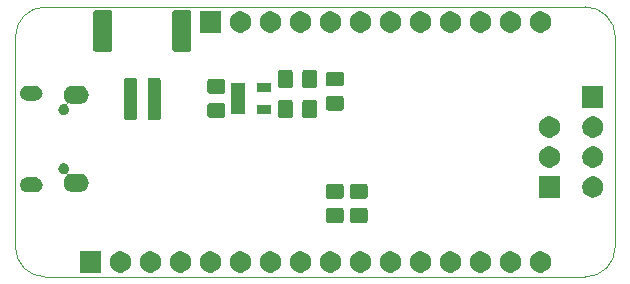
<source format=gbr>
G04 #@! TF.GenerationSoftware,KiCad,Pcbnew,(5.1.5)-2*
G04 #@! TF.CreationDate,2020-08-18T22:47:36+04:00*
G04 #@! TF.ProjectId,stm32f103_feather,73746d33-3266-4313-9033-5f6665617468,rev?*
G04 #@! TF.SameCoordinates,Original*
G04 #@! TF.FileFunction,Soldermask,Bot*
G04 #@! TF.FilePolarity,Negative*
%FSLAX46Y46*%
G04 Gerber Fmt 4.6, Leading zero omitted, Abs format (unit mm)*
G04 Created by KiCad (PCBNEW (5.1.5)-2) date 2020-08-18 22:47:36*
%MOMM*%
%LPD*%
G04 APERTURE LIST*
G04 #@! TA.AperFunction,Profile*
%ADD10C,0.050000*%
G04 #@! TD*
%ADD11C,0.150000*%
G04 APERTURE END LIST*
D10*
X175260000Y-76200000D02*
X129540000Y-76200000D01*
X177800000Y-96520000D02*
X177800000Y-78740000D01*
X129540000Y-99060000D02*
X175260000Y-99060000D01*
X127000000Y-78740000D02*
X127000000Y-96520000D01*
X175260000Y-76200000D02*
G75*
G02X177800000Y-78740000I0J-2540000D01*
G01*
X177800000Y-96520000D02*
G75*
G02X175260000Y-99060000I-2540000J0D01*
G01*
X129540000Y-99060000D02*
G75*
G02X127000000Y-96520000I0J2540000D01*
G01*
X127000000Y-78740000D02*
G75*
G02X129540000Y-76200000I2540000J0D01*
G01*
D11*
G36*
X134251000Y-98691000D02*
G01*
X132449000Y-98691000D01*
X132449000Y-96889000D01*
X134251000Y-96889000D01*
X134251000Y-98691000D01*
G37*
G36*
X151243512Y-96893927D02*
G01*
X151392812Y-96923624D01*
X151556784Y-96991544D01*
X151704354Y-97090147D01*
X151829853Y-97215646D01*
X151928456Y-97363216D01*
X151996376Y-97527188D01*
X152031000Y-97701259D01*
X152031000Y-97878741D01*
X151996376Y-98052812D01*
X151928456Y-98216784D01*
X151829853Y-98364354D01*
X151704354Y-98489853D01*
X151556784Y-98588456D01*
X151392812Y-98656376D01*
X151243512Y-98686073D01*
X151218742Y-98691000D01*
X151041258Y-98691000D01*
X151016488Y-98686073D01*
X150867188Y-98656376D01*
X150703216Y-98588456D01*
X150555646Y-98489853D01*
X150430147Y-98364354D01*
X150331544Y-98216784D01*
X150263624Y-98052812D01*
X150229000Y-97878741D01*
X150229000Y-97701259D01*
X150263624Y-97527188D01*
X150331544Y-97363216D01*
X150430147Y-97215646D01*
X150555646Y-97090147D01*
X150703216Y-96991544D01*
X150867188Y-96923624D01*
X151016488Y-96893927D01*
X151041258Y-96889000D01*
X151218742Y-96889000D01*
X151243512Y-96893927D01*
G37*
G36*
X136003512Y-96893927D02*
G01*
X136152812Y-96923624D01*
X136316784Y-96991544D01*
X136464354Y-97090147D01*
X136589853Y-97215646D01*
X136688456Y-97363216D01*
X136756376Y-97527188D01*
X136791000Y-97701259D01*
X136791000Y-97878741D01*
X136756376Y-98052812D01*
X136688456Y-98216784D01*
X136589853Y-98364354D01*
X136464354Y-98489853D01*
X136316784Y-98588456D01*
X136152812Y-98656376D01*
X136003512Y-98686073D01*
X135978742Y-98691000D01*
X135801258Y-98691000D01*
X135776488Y-98686073D01*
X135627188Y-98656376D01*
X135463216Y-98588456D01*
X135315646Y-98489853D01*
X135190147Y-98364354D01*
X135091544Y-98216784D01*
X135023624Y-98052812D01*
X134989000Y-97878741D01*
X134989000Y-97701259D01*
X135023624Y-97527188D01*
X135091544Y-97363216D01*
X135190147Y-97215646D01*
X135315646Y-97090147D01*
X135463216Y-96991544D01*
X135627188Y-96923624D01*
X135776488Y-96893927D01*
X135801258Y-96889000D01*
X135978742Y-96889000D01*
X136003512Y-96893927D01*
G37*
G36*
X138543512Y-96893927D02*
G01*
X138692812Y-96923624D01*
X138856784Y-96991544D01*
X139004354Y-97090147D01*
X139129853Y-97215646D01*
X139228456Y-97363216D01*
X139296376Y-97527188D01*
X139331000Y-97701259D01*
X139331000Y-97878741D01*
X139296376Y-98052812D01*
X139228456Y-98216784D01*
X139129853Y-98364354D01*
X139004354Y-98489853D01*
X138856784Y-98588456D01*
X138692812Y-98656376D01*
X138543512Y-98686073D01*
X138518742Y-98691000D01*
X138341258Y-98691000D01*
X138316488Y-98686073D01*
X138167188Y-98656376D01*
X138003216Y-98588456D01*
X137855646Y-98489853D01*
X137730147Y-98364354D01*
X137631544Y-98216784D01*
X137563624Y-98052812D01*
X137529000Y-97878741D01*
X137529000Y-97701259D01*
X137563624Y-97527188D01*
X137631544Y-97363216D01*
X137730147Y-97215646D01*
X137855646Y-97090147D01*
X138003216Y-96991544D01*
X138167188Y-96923624D01*
X138316488Y-96893927D01*
X138341258Y-96889000D01*
X138518742Y-96889000D01*
X138543512Y-96893927D01*
G37*
G36*
X141083512Y-96893927D02*
G01*
X141232812Y-96923624D01*
X141396784Y-96991544D01*
X141544354Y-97090147D01*
X141669853Y-97215646D01*
X141768456Y-97363216D01*
X141836376Y-97527188D01*
X141871000Y-97701259D01*
X141871000Y-97878741D01*
X141836376Y-98052812D01*
X141768456Y-98216784D01*
X141669853Y-98364354D01*
X141544354Y-98489853D01*
X141396784Y-98588456D01*
X141232812Y-98656376D01*
X141083512Y-98686073D01*
X141058742Y-98691000D01*
X140881258Y-98691000D01*
X140856488Y-98686073D01*
X140707188Y-98656376D01*
X140543216Y-98588456D01*
X140395646Y-98489853D01*
X140270147Y-98364354D01*
X140171544Y-98216784D01*
X140103624Y-98052812D01*
X140069000Y-97878741D01*
X140069000Y-97701259D01*
X140103624Y-97527188D01*
X140171544Y-97363216D01*
X140270147Y-97215646D01*
X140395646Y-97090147D01*
X140543216Y-96991544D01*
X140707188Y-96923624D01*
X140856488Y-96893927D01*
X140881258Y-96889000D01*
X141058742Y-96889000D01*
X141083512Y-96893927D01*
G37*
G36*
X143623512Y-96893927D02*
G01*
X143772812Y-96923624D01*
X143936784Y-96991544D01*
X144084354Y-97090147D01*
X144209853Y-97215646D01*
X144308456Y-97363216D01*
X144376376Y-97527188D01*
X144411000Y-97701259D01*
X144411000Y-97878741D01*
X144376376Y-98052812D01*
X144308456Y-98216784D01*
X144209853Y-98364354D01*
X144084354Y-98489853D01*
X143936784Y-98588456D01*
X143772812Y-98656376D01*
X143623512Y-98686073D01*
X143598742Y-98691000D01*
X143421258Y-98691000D01*
X143396488Y-98686073D01*
X143247188Y-98656376D01*
X143083216Y-98588456D01*
X142935646Y-98489853D01*
X142810147Y-98364354D01*
X142711544Y-98216784D01*
X142643624Y-98052812D01*
X142609000Y-97878741D01*
X142609000Y-97701259D01*
X142643624Y-97527188D01*
X142711544Y-97363216D01*
X142810147Y-97215646D01*
X142935646Y-97090147D01*
X143083216Y-96991544D01*
X143247188Y-96923624D01*
X143396488Y-96893927D01*
X143421258Y-96889000D01*
X143598742Y-96889000D01*
X143623512Y-96893927D01*
G37*
G36*
X146163512Y-96893927D02*
G01*
X146312812Y-96923624D01*
X146476784Y-96991544D01*
X146624354Y-97090147D01*
X146749853Y-97215646D01*
X146848456Y-97363216D01*
X146916376Y-97527188D01*
X146951000Y-97701259D01*
X146951000Y-97878741D01*
X146916376Y-98052812D01*
X146848456Y-98216784D01*
X146749853Y-98364354D01*
X146624354Y-98489853D01*
X146476784Y-98588456D01*
X146312812Y-98656376D01*
X146163512Y-98686073D01*
X146138742Y-98691000D01*
X145961258Y-98691000D01*
X145936488Y-98686073D01*
X145787188Y-98656376D01*
X145623216Y-98588456D01*
X145475646Y-98489853D01*
X145350147Y-98364354D01*
X145251544Y-98216784D01*
X145183624Y-98052812D01*
X145149000Y-97878741D01*
X145149000Y-97701259D01*
X145183624Y-97527188D01*
X145251544Y-97363216D01*
X145350147Y-97215646D01*
X145475646Y-97090147D01*
X145623216Y-96991544D01*
X145787188Y-96923624D01*
X145936488Y-96893927D01*
X145961258Y-96889000D01*
X146138742Y-96889000D01*
X146163512Y-96893927D01*
G37*
G36*
X148703512Y-96893927D02*
G01*
X148852812Y-96923624D01*
X149016784Y-96991544D01*
X149164354Y-97090147D01*
X149289853Y-97215646D01*
X149388456Y-97363216D01*
X149456376Y-97527188D01*
X149491000Y-97701259D01*
X149491000Y-97878741D01*
X149456376Y-98052812D01*
X149388456Y-98216784D01*
X149289853Y-98364354D01*
X149164354Y-98489853D01*
X149016784Y-98588456D01*
X148852812Y-98656376D01*
X148703512Y-98686073D01*
X148678742Y-98691000D01*
X148501258Y-98691000D01*
X148476488Y-98686073D01*
X148327188Y-98656376D01*
X148163216Y-98588456D01*
X148015646Y-98489853D01*
X147890147Y-98364354D01*
X147791544Y-98216784D01*
X147723624Y-98052812D01*
X147689000Y-97878741D01*
X147689000Y-97701259D01*
X147723624Y-97527188D01*
X147791544Y-97363216D01*
X147890147Y-97215646D01*
X148015646Y-97090147D01*
X148163216Y-96991544D01*
X148327188Y-96923624D01*
X148476488Y-96893927D01*
X148501258Y-96889000D01*
X148678742Y-96889000D01*
X148703512Y-96893927D01*
G37*
G36*
X156323512Y-96893927D02*
G01*
X156472812Y-96923624D01*
X156636784Y-96991544D01*
X156784354Y-97090147D01*
X156909853Y-97215646D01*
X157008456Y-97363216D01*
X157076376Y-97527188D01*
X157111000Y-97701259D01*
X157111000Y-97878741D01*
X157076376Y-98052812D01*
X157008456Y-98216784D01*
X156909853Y-98364354D01*
X156784354Y-98489853D01*
X156636784Y-98588456D01*
X156472812Y-98656376D01*
X156323512Y-98686073D01*
X156298742Y-98691000D01*
X156121258Y-98691000D01*
X156096488Y-98686073D01*
X155947188Y-98656376D01*
X155783216Y-98588456D01*
X155635646Y-98489853D01*
X155510147Y-98364354D01*
X155411544Y-98216784D01*
X155343624Y-98052812D01*
X155309000Y-97878741D01*
X155309000Y-97701259D01*
X155343624Y-97527188D01*
X155411544Y-97363216D01*
X155510147Y-97215646D01*
X155635646Y-97090147D01*
X155783216Y-96991544D01*
X155947188Y-96923624D01*
X156096488Y-96893927D01*
X156121258Y-96889000D01*
X156298742Y-96889000D01*
X156323512Y-96893927D01*
G37*
G36*
X171563512Y-96893927D02*
G01*
X171712812Y-96923624D01*
X171876784Y-96991544D01*
X172024354Y-97090147D01*
X172149853Y-97215646D01*
X172248456Y-97363216D01*
X172316376Y-97527188D01*
X172351000Y-97701259D01*
X172351000Y-97878741D01*
X172316376Y-98052812D01*
X172248456Y-98216784D01*
X172149853Y-98364354D01*
X172024354Y-98489853D01*
X171876784Y-98588456D01*
X171712812Y-98656376D01*
X171563512Y-98686073D01*
X171538742Y-98691000D01*
X171361258Y-98691000D01*
X171336488Y-98686073D01*
X171187188Y-98656376D01*
X171023216Y-98588456D01*
X170875646Y-98489853D01*
X170750147Y-98364354D01*
X170651544Y-98216784D01*
X170583624Y-98052812D01*
X170549000Y-97878741D01*
X170549000Y-97701259D01*
X170583624Y-97527188D01*
X170651544Y-97363216D01*
X170750147Y-97215646D01*
X170875646Y-97090147D01*
X171023216Y-96991544D01*
X171187188Y-96923624D01*
X171336488Y-96893927D01*
X171361258Y-96889000D01*
X171538742Y-96889000D01*
X171563512Y-96893927D01*
G37*
G36*
X169023512Y-96893927D02*
G01*
X169172812Y-96923624D01*
X169336784Y-96991544D01*
X169484354Y-97090147D01*
X169609853Y-97215646D01*
X169708456Y-97363216D01*
X169776376Y-97527188D01*
X169811000Y-97701259D01*
X169811000Y-97878741D01*
X169776376Y-98052812D01*
X169708456Y-98216784D01*
X169609853Y-98364354D01*
X169484354Y-98489853D01*
X169336784Y-98588456D01*
X169172812Y-98656376D01*
X169023512Y-98686073D01*
X168998742Y-98691000D01*
X168821258Y-98691000D01*
X168796488Y-98686073D01*
X168647188Y-98656376D01*
X168483216Y-98588456D01*
X168335646Y-98489853D01*
X168210147Y-98364354D01*
X168111544Y-98216784D01*
X168043624Y-98052812D01*
X168009000Y-97878741D01*
X168009000Y-97701259D01*
X168043624Y-97527188D01*
X168111544Y-97363216D01*
X168210147Y-97215646D01*
X168335646Y-97090147D01*
X168483216Y-96991544D01*
X168647188Y-96923624D01*
X168796488Y-96893927D01*
X168821258Y-96889000D01*
X168998742Y-96889000D01*
X169023512Y-96893927D01*
G37*
G36*
X166483512Y-96893927D02*
G01*
X166632812Y-96923624D01*
X166796784Y-96991544D01*
X166944354Y-97090147D01*
X167069853Y-97215646D01*
X167168456Y-97363216D01*
X167236376Y-97527188D01*
X167271000Y-97701259D01*
X167271000Y-97878741D01*
X167236376Y-98052812D01*
X167168456Y-98216784D01*
X167069853Y-98364354D01*
X166944354Y-98489853D01*
X166796784Y-98588456D01*
X166632812Y-98656376D01*
X166483512Y-98686073D01*
X166458742Y-98691000D01*
X166281258Y-98691000D01*
X166256488Y-98686073D01*
X166107188Y-98656376D01*
X165943216Y-98588456D01*
X165795646Y-98489853D01*
X165670147Y-98364354D01*
X165571544Y-98216784D01*
X165503624Y-98052812D01*
X165469000Y-97878741D01*
X165469000Y-97701259D01*
X165503624Y-97527188D01*
X165571544Y-97363216D01*
X165670147Y-97215646D01*
X165795646Y-97090147D01*
X165943216Y-96991544D01*
X166107188Y-96923624D01*
X166256488Y-96893927D01*
X166281258Y-96889000D01*
X166458742Y-96889000D01*
X166483512Y-96893927D01*
G37*
G36*
X161403512Y-96893927D02*
G01*
X161552812Y-96923624D01*
X161716784Y-96991544D01*
X161864354Y-97090147D01*
X161989853Y-97215646D01*
X162088456Y-97363216D01*
X162156376Y-97527188D01*
X162191000Y-97701259D01*
X162191000Y-97878741D01*
X162156376Y-98052812D01*
X162088456Y-98216784D01*
X161989853Y-98364354D01*
X161864354Y-98489853D01*
X161716784Y-98588456D01*
X161552812Y-98656376D01*
X161403512Y-98686073D01*
X161378742Y-98691000D01*
X161201258Y-98691000D01*
X161176488Y-98686073D01*
X161027188Y-98656376D01*
X160863216Y-98588456D01*
X160715646Y-98489853D01*
X160590147Y-98364354D01*
X160491544Y-98216784D01*
X160423624Y-98052812D01*
X160389000Y-97878741D01*
X160389000Y-97701259D01*
X160423624Y-97527188D01*
X160491544Y-97363216D01*
X160590147Y-97215646D01*
X160715646Y-97090147D01*
X160863216Y-96991544D01*
X161027188Y-96923624D01*
X161176488Y-96893927D01*
X161201258Y-96889000D01*
X161378742Y-96889000D01*
X161403512Y-96893927D01*
G37*
G36*
X153783512Y-96893927D02*
G01*
X153932812Y-96923624D01*
X154096784Y-96991544D01*
X154244354Y-97090147D01*
X154369853Y-97215646D01*
X154468456Y-97363216D01*
X154536376Y-97527188D01*
X154571000Y-97701259D01*
X154571000Y-97878741D01*
X154536376Y-98052812D01*
X154468456Y-98216784D01*
X154369853Y-98364354D01*
X154244354Y-98489853D01*
X154096784Y-98588456D01*
X153932812Y-98656376D01*
X153783512Y-98686073D01*
X153758742Y-98691000D01*
X153581258Y-98691000D01*
X153556488Y-98686073D01*
X153407188Y-98656376D01*
X153243216Y-98588456D01*
X153095646Y-98489853D01*
X152970147Y-98364354D01*
X152871544Y-98216784D01*
X152803624Y-98052812D01*
X152769000Y-97878741D01*
X152769000Y-97701259D01*
X152803624Y-97527188D01*
X152871544Y-97363216D01*
X152970147Y-97215646D01*
X153095646Y-97090147D01*
X153243216Y-96991544D01*
X153407188Y-96923624D01*
X153556488Y-96893927D01*
X153581258Y-96889000D01*
X153758742Y-96889000D01*
X153783512Y-96893927D01*
G37*
G36*
X163943512Y-96893927D02*
G01*
X164092812Y-96923624D01*
X164256784Y-96991544D01*
X164404354Y-97090147D01*
X164529853Y-97215646D01*
X164628456Y-97363216D01*
X164696376Y-97527188D01*
X164731000Y-97701259D01*
X164731000Y-97878741D01*
X164696376Y-98052812D01*
X164628456Y-98216784D01*
X164529853Y-98364354D01*
X164404354Y-98489853D01*
X164256784Y-98588456D01*
X164092812Y-98656376D01*
X163943512Y-98686073D01*
X163918742Y-98691000D01*
X163741258Y-98691000D01*
X163716488Y-98686073D01*
X163567188Y-98656376D01*
X163403216Y-98588456D01*
X163255646Y-98489853D01*
X163130147Y-98364354D01*
X163031544Y-98216784D01*
X162963624Y-98052812D01*
X162929000Y-97878741D01*
X162929000Y-97701259D01*
X162963624Y-97527188D01*
X163031544Y-97363216D01*
X163130147Y-97215646D01*
X163255646Y-97090147D01*
X163403216Y-96991544D01*
X163567188Y-96923624D01*
X163716488Y-96893927D01*
X163741258Y-96889000D01*
X163918742Y-96889000D01*
X163943512Y-96893927D01*
G37*
G36*
X158863512Y-96893927D02*
G01*
X159012812Y-96923624D01*
X159176784Y-96991544D01*
X159324354Y-97090147D01*
X159449853Y-97215646D01*
X159548456Y-97363216D01*
X159616376Y-97527188D01*
X159651000Y-97701259D01*
X159651000Y-97878741D01*
X159616376Y-98052812D01*
X159548456Y-98216784D01*
X159449853Y-98364354D01*
X159324354Y-98489853D01*
X159176784Y-98588456D01*
X159012812Y-98656376D01*
X158863512Y-98686073D01*
X158838742Y-98691000D01*
X158661258Y-98691000D01*
X158636488Y-98686073D01*
X158487188Y-98656376D01*
X158323216Y-98588456D01*
X158175646Y-98489853D01*
X158050147Y-98364354D01*
X157951544Y-98216784D01*
X157883624Y-98052812D01*
X157849000Y-97878741D01*
X157849000Y-97701259D01*
X157883624Y-97527188D01*
X157951544Y-97363216D01*
X158050147Y-97215646D01*
X158175646Y-97090147D01*
X158323216Y-96991544D01*
X158487188Y-96923624D01*
X158636488Y-96893927D01*
X158661258Y-96889000D01*
X158838742Y-96889000D01*
X158863512Y-96893927D01*
G37*
G36*
X156671674Y-93226465D02*
G01*
X156709367Y-93237899D01*
X156744103Y-93256466D01*
X156774548Y-93281452D01*
X156799534Y-93311897D01*
X156818101Y-93346633D01*
X156829535Y-93384326D01*
X156834000Y-93429661D01*
X156834000Y-94266339D01*
X156829535Y-94311674D01*
X156818101Y-94349367D01*
X156799534Y-94384103D01*
X156774548Y-94414548D01*
X156744103Y-94439534D01*
X156709367Y-94458101D01*
X156671674Y-94469535D01*
X156626339Y-94474000D01*
X155539661Y-94474000D01*
X155494326Y-94469535D01*
X155456633Y-94458101D01*
X155421897Y-94439534D01*
X155391452Y-94414548D01*
X155366466Y-94384103D01*
X155347899Y-94349367D01*
X155336465Y-94311674D01*
X155332000Y-94266339D01*
X155332000Y-93429661D01*
X155336465Y-93384326D01*
X155347899Y-93346633D01*
X155366466Y-93311897D01*
X155391452Y-93281452D01*
X155421897Y-93256466D01*
X155456633Y-93237899D01*
X155494326Y-93226465D01*
X155539661Y-93222000D01*
X156626339Y-93222000D01*
X156671674Y-93226465D01*
G37*
G36*
X154639674Y-93226465D02*
G01*
X154677367Y-93237899D01*
X154712103Y-93256466D01*
X154742548Y-93281452D01*
X154767534Y-93311897D01*
X154786101Y-93346633D01*
X154797535Y-93384326D01*
X154802000Y-93429661D01*
X154802000Y-94266339D01*
X154797535Y-94311674D01*
X154786101Y-94349367D01*
X154767534Y-94384103D01*
X154742548Y-94414548D01*
X154712103Y-94439534D01*
X154677367Y-94458101D01*
X154639674Y-94469535D01*
X154594339Y-94474000D01*
X153507661Y-94474000D01*
X153462326Y-94469535D01*
X153424633Y-94458101D01*
X153389897Y-94439534D01*
X153359452Y-94414548D01*
X153334466Y-94384103D01*
X153315899Y-94349367D01*
X153304465Y-94311674D01*
X153300000Y-94266339D01*
X153300000Y-93429661D01*
X153304465Y-93384326D01*
X153315899Y-93346633D01*
X153334466Y-93311897D01*
X153359452Y-93281452D01*
X153389897Y-93256466D01*
X153424633Y-93237899D01*
X153462326Y-93226465D01*
X153507661Y-93222000D01*
X154594339Y-93222000D01*
X154639674Y-93226465D01*
G37*
G36*
X154639674Y-91176465D02*
G01*
X154677367Y-91187899D01*
X154712103Y-91206466D01*
X154742548Y-91231452D01*
X154767534Y-91261897D01*
X154786101Y-91296633D01*
X154797535Y-91334326D01*
X154802000Y-91379661D01*
X154802000Y-92216339D01*
X154797535Y-92261674D01*
X154786101Y-92299367D01*
X154767534Y-92334103D01*
X154742548Y-92364548D01*
X154712103Y-92389534D01*
X154677367Y-92408101D01*
X154639674Y-92419535D01*
X154594339Y-92424000D01*
X153507661Y-92424000D01*
X153462326Y-92419535D01*
X153424633Y-92408101D01*
X153389897Y-92389534D01*
X153359452Y-92364548D01*
X153334466Y-92334103D01*
X153315899Y-92299367D01*
X153304465Y-92261674D01*
X153300000Y-92216339D01*
X153300000Y-91379661D01*
X153304465Y-91334326D01*
X153315899Y-91296633D01*
X153334466Y-91261897D01*
X153359452Y-91231452D01*
X153389897Y-91206466D01*
X153424633Y-91187899D01*
X153462326Y-91176465D01*
X153507661Y-91172000D01*
X154594339Y-91172000D01*
X154639674Y-91176465D01*
G37*
G36*
X156671674Y-91176465D02*
G01*
X156709367Y-91187899D01*
X156744103Y-91206466D01*
X156774548Y-91231452D01*
X156799534Y-91261897D01*
X156818101Y-91296633D01*
X156829535Y-91334326D01*
X156834000Y-91379661D01*
X156834000Y-92216339D01*
X156829535Y-92261674D01*
X156818101Y-92299367D01*
X156799534Y-92334103D01*
X156774548Y-92364548D01*
X156744103Y-92389534D01*
X156709367Y-92408101D01*
X156671674Y-92419535D01*
X156626339Y-92424000D01*
X155539661Y-92424000D01*
X155494326Y-92419535D01*
X155456633Y-92408101D01*
X155421897Y-92389534D01*
X155391452Y-92364548D01*
X155366466Y-92334103D01*
X155347899Y-92299367D01*
X155336465Y-92261674D01*
X155332000Y-92216339D01*
X155332000Y-91379661D01*
X155336465Y-91334326D01*
X155347899Y-91296633D01*
X155366466Y-91261897D01*
X155391452Y-91231452D01*
X155421897Y-91206466D01*
X155456633Y-91187899D01*
X155494326Y-91176465D01*
X155539661Y-91172000D01*
X156626339Y-91172000D01*
X156671674Y-91176465D01*
G37*
G36*
X176008512Y-90543927D02*
G01*
X176157812Y-90573624D01*
X176321784Y-90641544D01*
X176469354Y-90740147D01*
X176594853Y-90865646D01*
X176693456Y-91013216D01*
X176761376Y-91177188D01*
X176778225Y-91261897D01*
X176796000Y-91351258D01*
X176796000Y-91528742D01*
X176794913Y-91534208D01*
X176761376Y-91702812D01*
X176693456Y-91866784D01*
X176594853Y-92014354D01*
X176469354Y-92139853D01*
X176321784Y-92238456D01*
X176157812Y-92306376D01*
X176018415Y-92334103D01*
X175983742Y-92341000D01*
X175806258Y-92341000D01*
X175771585Y-92334103D01*
X175632188Y-92306376D01*
X175468216Y-92238456D01*
X175320646Y-92139853D01*
X175195147Y-92014354D01*
X175096544Y-91866784D01*
X175028624Y-91702812D01*
X174995087Y-91534208D01*
X174994000Y-91528742D01*
X174994000Y-91351258D01*
X175011775Y-91261897D01*
X175028624Y-91177188D01*
X175096544Y-91013216D01*
X175195147Y-90865646D01*
X175320646Y-90740147D01*
X175468216Y-90641544D01*
X175632188Y-90573624D01*
X175781488Y-90543927D01*
X175806258Y-90539000D01*
X175983742Y-90539000D01*
X176008512Y-90543927D01*
G37*
G36*
X173113000Y-92341000D02*
G01*
X171311000Y-92341000D01*
X171311000Y-90539000D01*
X173113000Y-90539000D01*
X173113000Y-92341000D01*
G37*
G36*
X128799715Y-90634058D02*
G01*
X128895753Y-90663191D01*
X128910935Y-90667796D01*
X128917722Y-90669855D01*
X129026468Y-90727981D01*
X129121790Y-90806210D01*
X129200019Y-90901532D01*
X129258145Y-91010278D01*
X129293942Y-91128285D01*
X129306028Y-91251000D01*
X129293942Y-91373715D01*
X129258145Y-91491722D01*
X129200019Y-91600468D01*
X129121790Y-91695790D01*
X129026468Y-91774019D01*
X128917722Y-91832145D01*
X128799715Y-91867942D01*
X128707746Y-91877000D01*
X127996254Y-91877000D01*
X127904285Y-91867942D01*
X127786278Y-91832145D01*
X127677532Y-91774019D01*
X127582210Y-91695790D01*
X127503981Y-91600468D01*
X127445855Y-91491722D01*
X127410058Y-91373715D01*
X127397972Y-91251000D01*
X127410058Y-91128285D01*
X127445855Y-91010278D01*
X127503981Y-90901532D01*
X127582210Y-90806210D01*
X127677532Y-90727981D01*
X127786278Y-90669855D01*
X127793066Y-90667796D01*
X127808247Y-90663191D01*
X127904285Y-90634058D01*
X127996254Y-90625000D01*
X128707746Y-90625000D01*
X128799715Y-90634058D01*
G37*
G36*
X131233552Y-89442331D02*
G01*
X131310861Y-89474354D01*
X131315629Y-89476329D01*
X131352813Y-89501175D01*
X131389495Y-89525685D01*
X131452315Y-89588505D01*
X131501672Y-89662373D01*
X131535669Y-89744448D01*
X131553000Y-89831579D01*
X131553000Y-89920421D01*
X131535669Y-90007552D01*
X131501672Y-90089627D01*
X131452315Y-90163495D01*
X131436762Y-90179048D01*
X131421217Y-90197990D01*
X131409666Y-90219601D01*
X131402553Y-90243050D01*
X131400151Y-90267436D01*
X131402553Y-90291822D01*
X131409666Y-90315271D01*
X131421217Y-90336882D01*
X131436762Y-90355824D01*
X131455704Y-90371369D01*
X131477315Y-90382920D01*
X131500764Y-90390033D01*
X131525150Y-90392435D01*
X131549536Y-90390033D01*
X131572985Y-90382920D01*
X131576614Y-90381204D01*
X131578600Y-90380602D01*
X131578601Y-90380601D01*
X131622901Y-90367163D01*
X131724879Y-90336228D01*
X131838882Y-90325000D01*
X132465118Y-90325000D01*
X132579121Y-90336228D01*
X132725402Y-90380602D01*
X132860204Y-90452655D01*
X132860207Y-90452657D01*
X132860208Y-90452658D01*
X132978369Y-90549631D01*
X133053801Y-90641544D01*
X133075345Y-90667796D01*
X133147398Y-90802598D01*
X133191772Y-90948879D01*
X133206754Y-91101000D01*
X133191772Y-91253121D01*
X133147398Y-91399402D01*
X133075345Y-91534204D01*
X133075343Y-91534207D01*
X133075342Y-91534208D01*
X132978369Y-91652369D01*
X132916905Y-91702812D01*
X132860204Y-91749345D01*
X132725402Y-91821398D01*
X132579121Y-91865772D01*
X132465118Y-91877000D01*
X131838882Y-91877000D01*
X131724879Y-91865772D01*
X131578598Y-91821398D01*
X131443796Y-91749345D01*
X131387096Y-91702812D01*
X131325631Y-91652369D01*
X131228658Y-91534208D01*
X131228657Y-91534207D01*
X131228655Y-91534204D01*
X131156602Y-91399402D01*
X131112228Y-91253121D01*
X131097246Y-91101000D01*
X131112228Y-90948879D01*
X131156602Y-90802598D01*
X131228655Y-90667796D01*
X131325633Y-90549628D01*
X131358430Y-90522712D01*
X131375757Y-90505385D01*
X131389370Y-90485011D01*
X131398748Y-90462372D01*
X131403528Y-90438339D01*
X131403528Y-90413835D01*
X131398748Y-90389801D01*
X131389370Y-90367163D01*
X131375756Y-90346788D01*
X131358429Y-90329461D01*
X131338055Y-90315848D01*
X131315416Y-90306470D01*
X131291383Y-90301690D01*
X131266879Y-90301690D01*
X131242845Y-90306470D01*
X131234351Y-90309510D01*
X131146421Y-90327000D01*
X131057579Y-90327000D01*
X130970448Y-90309669D01*
X130888373Y-90275672D01*
X130888372Y-90275672D01*
X130888371Y-90275671D01*
X130814504Y-90226314D01*
X130751686Y-90163496D01*
X130702329Y-90089629D01*
X130702328Y-90089627D01*
X130668331Y-90007552D01*
X130651000Y-89920421D01*
X130651000Y-89831579D01*
X130668331Y-89744448D01*
X130702328Y-89662373D01*
X130751685Y-89588505D01*
X130814505Y-89525685D01*
X130851187Y-89501175D01*
X130888371Y-89476329D01*
X130893139Y-89474354D01*
X130970448Y-89442331D01*
X131057579Y-89425000D01*
X131146421Y-89425000D01*
X131233552Y-89442331D01*
G37*
G36*
X176008512Y-88003927D02*
G01*
X176157812Y-88033624D01*
X176321784Y-88101544D01*
X176469354Y-88200147D01*
X176594853Y-88325646D01*
X176693456Y-88473216D01*
X176761376Y-88637188D01*
X176796000Y-88811259D01*
X176796000Y-88988741D01*
X176761376Y-89162812D01*
X176693456Y-89326784D01*
X176594853Y-89474354D01*
X176469354Y-89599853D01*
X176321784Y-89698456D01*
X176157812Y-89766376D01*
X176008512Y-89796073D01*
X175983742Y-89801000D01*
X175806258Y-89801000D01*
X175781488Y-89796073D01*
X175632188Y-89766376D01*
X175468216Y-89698456D01*
X175320646Y-89599853D01*
X175195147Y-89474354D01*
X175096544Y-89326784D01*
X175028624Y-89162812D01*
X174994000Y-88988741D01*
X174994000Y-88811259D01*
X175028624Y-88637188D01*
X175096544Y-88473216D01*
X175195147Y-88325646D01*
X175320646Y-88200147D01*
X175468216Y-88101544D01*
X175632188Y-88033624D01*
X175781488Y-88003927D01*
X175806258Y-87999000D01*
X175983742Y-87999000D01*
X176008512Y-88003927D01*
G37*
G36*
X172325512Y-88003927D02*
G01*
X172474812Y-88033624D01*
X172638784Y-88101544D01*
X172786354Y-88200147D01*
X172911853Y-88325646D01*
X173010456Y-88473216D01*
X173078376Y-88637188D01*
X173113000Y-88811259D01*
X173113000Y-88988741D01*
X173078376Y-89162812D01*
X173010456Y-89326784D01*
X172911853Y-89474354D01*
X172786354Y-89599853D01*
X172638784Y-89698456D01*
X172474812Y-89766376D01*
X172325512Y-89796073D01*
X172300742Y-89801000D01*
X172123258Y-89801000D01*
X172098488Y-89796073D01*
X171949188Y-89766376D01*
X171785216Y-89698456D01*
X171637646Y-89599853D01*
X171512147Y-89474354D01*
X171413544Y-89326784D01*
X171345624Y-89162812D01*
X171311000Y-88988741D01*
X171311000Y-88811259D01*
X171345624Y-88637188D01*
X171413544Y-88473216D01*
X171512147Y-88325646D01*
X171637646Y-88200147D01*
X171785216Y-88101544D01*
X171949188Y-88033624D01*
X172098488Y-88003927D01*
X172123258Y-87999000D01*
X172300742Y-87999000D01*
X172325512Y-88003927D01*
G37*
G36*
X172321042Y-85463038D02*
G01*
X172474812Y-85493624D01*
X172638784Y-85561544D01*
X172786354Y-85660147D01*
X172911853Y-85785646D01*
X173010456Y-85933216D01*
X173078376Y-86097188D01*
X173113000Y-86271259D01*
X173113000Y-86448741D01*
X173078376Y-86622812D01*
X173010456Y-86786784D01*
X172911853Y-86934354D01*
X172786354Y-87059853D01*
X172638784Y-87158456D01*
X172474812Y-87226376D01*
X172325512Y-87256073D01*
X172300742Y-87261000D01*
X172123258Y-87261000D01*
X172098488Y-87256073D01*
X171949188Y-87226376D01*
X171785216Y-87158456D01*
X171637646Y-87059853D01*
X171512147Y-86934354D01*
X171413544Y-86786784D01*
X171345624Y-86622812D01*
X171311000Y-86448741D01*
X171311000Y-86271259D01*
X171345624Y-86097188D01*
X171413544Y-85933216D01*
X171512147Y-85785646D01*
X171637646Y-85660147D01*
X171785216Y-85561544D01*
X171949188Y-85493624D01*
X172102958Y-85463038D01*
X172123258Y-85459000D01*
X172300742Y-85459000D01*
X172321042Y-85463038D01*
G37*
G36*
X176004042Y-85463038D02*
G01*
X176157812Y-85493624D01*
X176321784Y-85561544D01*
X176469354Y-85660147D01*
X176594853Y-85785646D01*
X176693456Y-85933216D01*
X176761376Y-86097188D01*
X176796000Y-86271259D01*
X176796000Y-86448741D01*
X176761376Y-86622812D01*
X176693456Y-86786784D01*
X176594853Y-86934354D01*
X176469354Y-87059853D01*
X176321784Y-87158456D01*
X176157812Y-87226376D01*
X176008512Y-87256073D01*
X175983742Y-87261000D01*
X175806258Y-87261000D01*
X175781488Y-87256073D01*
X175632188Y-87226376D01*
X175468216Y-87158456D01*
X175320646Y-87059853D01*
X175195147Y-86934354D01*
X175096544Y-86786784D01*
X175028624Y-86622812D01*
X174994000Y-86448741D01*
X174994000Y-86271259D01*
X175028624Y-86097188D01*
X175096544Y-85933216D01*
X175195147Y-85785646D01*
X175320646Y-85660147D01*
X175468216Y-85561544D01*
X175632188Y-85493624D01*
X175785958Y-85463038D01*
X175806258Y-85459000D01*
X175983742Y-85459000D01*
X176004042Y-85463038D01*
G37*
G36*
X139126434Y-82185686D02*
G01*
X139166284Y-82197774D01*
X139202999Y-82217399D01*
X139235186Y-82243814D01*
X139261601Y-82276001D01*
X139281226Y-82312716D01*
X139293314Y-82352566D01*
X139298000Y-82400141D01*
X139298000Y-85563859D01*
X139293314Y-85611434D01*
X139281226Y-85651284D01*
X139261601Y-85687999D01*
X139235186Y-85720186D01*
X139202999Y-85746601D01*
X139166284Y-85766226D01*
X139126434Y-85778314D01*
X139078859Y-85783000D01*
X138415141Y-85783000D01*
X138367566Y-85778314D01*
X138327716Y-85766226D01*
X138291001Y-85746601D01*
X138258814Y-85720186D01*
X138232399Y-85687999D01*
X138212774Y-85651284D01*
X138200686Y-85611434D01*
X138196000Y-85563859D01*
X138196000Y-82400141D01*
X138200686Y-82352566D01*
X138212774Y-82312716D01*
X138232399Y-82276001D01*
X138258814Y-82243814D01*
X138291001Y-82217399D01*
X138327716Y-82197774D01*
X138367566Y-82185686D01*
X138415141Y-82181000D01*
X139078859Y-82181000D01*
X139126434Y-82185686D01*
G37*
G36*
X137126434Y-82185686D02*
G01*
X137166284Y-82197774D01*
X137202999Y-82217399D01*
X137235186Y-82243814D01*
X137261601Y-82276001D01*
X137281226Y-82312716D01*
X137293314Y-82352566D01*
X137298000Y-82400141D01*
X137298000Y-85563859D01*
X137293314Y-85611434D01*
X137281226Y-85651284D01*
X137261601Y-85687999D01*
X137235186Y-85720186D01*
X137202999Y-85746601D01*
X137166284Y-85766226D01*
X137126434Y-85778314D01*
X137078859Y-85783000D01*
X136415141Y-85783000D01*
X136367566Y-85778314D01*
X136327716Y-85766226D01*
X136291001Y-85746601D01*
X136258814Y-85720186D01*
X136232399Y-85687999D01*
X136212774Y-85651284D01*
X136200686Y-85611434D01*
X136196000Y-85563859D01*
X136196000Y-82400141D01*
X136200686Y-82352566D01*
X136212774Y-82312716D01*
X136232399Y-82276001D01*
X136258814Y-82243814D01*
X136291001Y-82217399D01*
X136327716Y-82197774D01*
X136367566Y-82185686D01*
X136415141Y-82181000D01*
X137078859Y-82181000D01*
X137126434Y-82185686D01*
G37*
G36*
X150323674Y-84089465D02*
G01*
X150361367Y-84100899D01*
X150396103Y-84119466D01*
X150426548Y-84144452D01*
X150451534Y-84174897D01*
X150470101Y-84209633D01*
X150481535Y-84247326D01*
X150486000Y-84292661D01*
X150486000Y-85379339D01*
X150481535Y-85424674D01*
X150470101Y-85462367D01*
X150451534Y-85497103D01*
X150426548Y-85527548D01*
X150396103Y-85552534D01*
X150361367Y-85571101D01*
X150323674Y-85582535D01*
X150278339Y-85587000D01*
X149441661Y-85587000D01*
X149396326Y-85582535D01*
X149358633Y-85571101D01*
X149323897Y-85552534D01*
X149293452Y-85527548D01*
X149268466Y-85497103D01*
X149249899Y-85462367D01*
X149238465Y-85424674D01*
X149234000Y-85379339D01*
X149234000Y-84292661D01*
X149238465Y-84247326D01*
X149249899Y-84209633D01*
X149268466Y-84174897D01*
X149293452Y-84144452D01*
X149323897Y-84119466D01*
X149358633Y-84100899D01*
X149396326Y-84089465D01*
X149441661Y-84085000D01*
X150278339Y-84085000D01*
X150323674Y-84089465D01*
G37*
G36*
X152373674Y-84089465D02*
G01*
X152411367Y-84100899D01*
X152446103Y-84119466D01*
X152476548Y-84144452D01*
X152501534Y-84174897D01*
X152520101Y-84209633D01*
X152531535Y-84247326D01*
X152536000Y-84292661D01*
X152536000Y-85379339D01*
X152531535Y-85424674D01*
X152520101Y-85462367D01*
X152501534Y-85497103D01*
X152476548Y-85527548D01*
X152446103Y-85552534D01*
X152411367Y-85571101D01*
X152373674Y-85582535D01*
X152328339Y-85587000D01*
X151491661Y-85587000D01*
X151446326Y-85582535D01*
X151408633Y-85571101D01*
X151373897Y-85552534D01*
X151343452Y-85527548D01*
X151318466Y-85497103D01*
X151299899Y-85462367D01*
X151288465Y-85424674D01*
X151284000Y-85379339D01*
X151284000Y-84292661D01*
X151288465Y-84247326D01*
X151299899Y-84209633D01*
X151318466Y-84174897D01*
X151343452Y-84144452D01*
X151373897Y-84119466D01*
X151408633Y-84100899D01*
X151446326Y-84089465D01*
X151491661Y-84085000D01*
X152328339Y-84085000D01*
X152373674Y-84089465D01*
G37*
G36*
X144606674Y-84336465D02*
G01*
X144644367Y-84347899D01*
X144679103Y-84366466D01*
X144709548Y-84391452D01*
X144734534Y-84421897D01*
X144753101Y-84456633D01*
X144764535Y-84494326D01*
X144769000Y-84539661D01*
X144769000Y-85376339D01*
X144764535Y-85421674D01*
X144753101Y-85459367D01*
X144734534Y-85494103D01*
X144709548Y-85524548D01*
X144679103Y-85549534D01*
X144644367Y-85568101D01*
X144606674Y-85579535D01*
X144561339Y-85584000D01*
X143474661Y-85584000D01*
X143429326Y-85579535D01*
X143391633Y-85568101D01*
X143356897Y-85549534D01*
X143326452Y-85524548D01*
X143301466Y-85494103D01*
X143282899Y-85459367D01*
X143271465Y-85421674D01*
X143267000Y-85376339D01*
X143267000Y-84539661D01*
X143271465Y-84494326D01*
X143282899Y-84456633D01*
X143301466Y-84421897D01*
X143326452Y-84391452D01*
X143356897Y-84366466D01*
X143391633Y-84347899D01*
X143429326Y-84336465D01*
X143474661Y-84332000D01*
X144561339Y-84332000D01*
X144606674Y-84336465D01*
G37*
G36*
X132579121Y-82886228D02*
G01*
X132725402Y-82930602D01*
X132860204Y-83002655D01*
X132860207Y-83002657D01*
X132860208Y-83002658D01*
X132978369Y-83099631D01*
X133020963Y-83151531D01*
X133075345Y-83217796D01*
X133147398Y-83352598D01*
X133191772Y-83498879D01*
X133206754Y-83651000D01*
X133191772Y-83803121D01*
X133147398Y-83949402D01*
X133075345Y-84084204D01*
X133075343Y-84084207D01*
X133075342Y-84084208D01*
X132978369Y-84202369D01*
X132868349Y-84292661D01*
X132860204Y-84299345D01*
X132725402Y-84371398D01*
X132579121Y-84415772D01*
X132465118Y-84427000D01*
X131838882Y-84427000D01*
X131724879Y-84415772D01*
X131572664Y-84369598D01*
X131561439Y-84364948D01*
X131537405Y-84360167D01*
X131512901Y-84360167D01*
X131488868Y-84364946D01*
X131466229Y-84374323D01*
X131445854Y-84387936D01*
X131428527Y-84405263D01*
X131414912Y-84425637D01*
X131405534Y-84448275D01*
X131400753Y-84472309D01*
X131400753Y-84496813D01*
X131405532Y-84520846D01*
X131414909Y-84543485D01*
X131428522Y-84563860D01*
X131436762Y-84572952D01*
X131452315Y-84588505D01*
X131501672Y-84662373D01*
X131535669Y-84744448D01*
X131553000Y-84831579D01*
X131553000Y-84920421D01*
X131535669Y-85007552D01*
X131501672Y-85089627D01*
X131501671Y-85089629D01*
X131452314Y-85163496D01*
X131389496Y-85226314D01*
X131315629Y-85275671D01*
X131315628Y-85275672D01*
X131315627Y-85275672D01*
X131233552Y-85309669D01*
X131146421Y-85327000D01*
X131057579Y-85327000D01*
X130970448Y-85309669D01*
X130888373Y-85275672D01*
X130888372Y-85275672D01*
X130888371Y-85275671D01*
X130814504Y-85226314D01*
X130751686Y-85163496D01*
X130702329Y-85089629D01*
X130702328Y-85089627D01*
X130668331Y-85007552D01*
X130651000Y-84920421D01*
X130651000Y-84831579D01*
X130668331Y-84744448D01*
X130702328Y-84662373D01*
X130751685Y-84588505D01*
X130814505Y-84525685D01*
X130861437Y-84494326D01*
X130888371Y-84476329D01*
X130898076Y-84472309D01*
X130970448Y-84442331D01*
X131057579Y-84425000D01*
X131146421Y-84425000D01*
X131235946Y-84442807D01*
X131254743Y-84448510D01*
X131279129Y-84450912D01*
X131303515Y-84448511D01*
X131326964Y-84441398D01*
X131348575Y-84429847D01*
X131367517Y-84414302D01*
X131383063Y-84395361D01*
X131394614Y-84373750D01*
X131401728Y-84350301D01*
X131404130Y-84325915D01*
X131401729Y-84301529D01*
X131394616Y-84278080D01*
X131383065Y-84256469D01*
X131367520Y-84237527D01*
X131358430Y-84229288D01*
X131325633Y-84202372D01*
X131233600Y-84090230D01*
X131228658Y-84084208D01*
X131228657Y-84084207D01*
X131228655Y-84084204D01*
X131156602Y-83949402D01*
X131112228Y-83803121D01*
X131097246Y-83651000D01*
X131112228Y-83498879D01*
X131156602Y-83352598D01*
X131228655Y-83217796D01*
X131283038Y-83151531D01*
X131325631Y-83099631D01*
X131443792Y-83002658D01*
X131443793Y-83002657D01*
X131443796Y-83002655D01*
X131578598Y-82930602D01*
X131724879Y-82886228D01*
X131838882Y-82875000D01*
X132465118Y-82875000D01*
X132579121Y-82886228D01*
G37*
G36*
X146420000Y-85273000D02*
G01*
X145258000Y-85273000D01*
X145258000Y-82621000D01*
X146420000Y-82621000D01*
X146420000Y-85273000D01*
G37*
G36*
X148620000Y-85273000D02*
G01*
X147458000Y-85273000D01*
X147458000Y-84521000D01*
X148620000Y-84521000D01*
X148620000Y-85273000D01*
G37*
G36*
X154639674Y-83724465D02*
G01*
X154677367Y-83735899D01*
X154712103Y-83754466D01*
X154742548Y-83779452D01*
X154767534Y-83809897D01*
X154786101Y-83844633D01*
X154797535Y-83882326D01*
X154802000Y-83927661D01*
X154802000Y-84764339D01*
X154797535Y-84809674D01*
X154786101Y-84847367D01*
X154767534Y-84882103D01*
X154742548Y-84912548D01*
X154712103Y-84937534D01*
X154677367Y-84956101D01*
X154639674Y-84967535D01*
X154594339Y-84972000D01*
X153507661Y-84972000D01*
X153462326Y-84967535D01*
X153424633Y-84956101D01*
X153389897Y-84937534D01*
X153359452Y-84912548D01*
X153334466Y-84882103D01*
X153315899Y-84847367D01*
X153304465Y-84809674D01*
X153300000Y-84764339D01*
X153300000Y-83927661D01*
X153304465Y-83882326D01*
X153315899Y-83844633D01*
X153334466Y-83809897D01*
X153359452Y-83779452D01*
X153389897Y-83754466D01*
X153424633Y-83735899D01*
X153462326Y-83724465D01*
X153507661Y-83720000D01*
X154594339Y-83720000D01*
X154639674Y-83724465D01*
G37*
G36*
X176796000Y-84721000D02*
G01*
X174994000Y-84721000D01*
X174994000Y-82919000D01*
X176796000Y-82919000D01*
X176796000Y-84721000D01*
G37*
G36*
X128799715Y-82884058D02*
G01*
X128872381Y-82906101D01*
X128914904Y-82919000D01*
X128917722Y-82919855D01*
X129026468Y-82977981D01*
X129121790Y-83056210D01*
X129200019Y-83151532D01*
X129258145Y-83260278D01*
X129293942Y-83378285D01*
X129306028Y-83501000D01*
X129293942Y-83623715D01*
X129258145Y-83741722D01*
X129200019Y-83850468D01*
X129121790Y-83945790D01*
X129026468Y-84024019D01*
X128917722Y-84082145D01*
X128917719Y-84082146D01*
X128910921Y-84084208D01*
X128799715Y-84117942D01*
X128707746Y-84127000D01*
X127996254Y-84127000D01*
X127904285Y-84117942D01*
X127793079Y-84084208D01*
X127786281Y-84082146D01*
X127786278Y-84082145D01*
X127677532Y-84024019D01*
X127582210Y-83945790D01*
X127503981Y-83850468D01*
X127445855Y-83741722D01*
X127410058Y-83623715D01*
X127397972Y-83501000D01*
X127410058Y-83378285D01*
X127445855Y-83260278D01*
X127503981Y-83151532D01*
X127582210Y-83056210D01*
X127677532Y-82977981D01*
X127786278Y-82919855D01*
X127789097Y-82919000D01*
X127831619Y-82906101D01*
X127904285Y-82884058D01*
X127996254Y-82875000D01*
X128707746Y-82875000D01*
X128799715Y-82884058D01*
G37*
G36*
X144606674Y-82286465D02*
G01*
X144644367Y-82297899D01*
X144679103Y-82316466D01*
X144709548Y-82341452D01*
X144734534Y-82371897D01*
X144753101Y-82406633D01*
X144764535Y-82444326D01*
X144769000Y-82489661D01*
X144769000Y-83326339D01*
X144764535Y-83371674D01*
X144753101Y-83409367D01*
X144734534Y-83444103D01*
X144709548Y-83474548D01*
X144679103Y-83499534D01*
X144644367Y-83518101D01*
X144606674Y-83529535D01*
X144561339Y-83534000D01*
X143474661Y-83534000D01*
X143429326Y-83529535D01*
X143391633Y-83518101D01*
X143356897Y-83499534D01*
X143326452Y-83474548D01*
X143301466Y-83444103D01*
X143282899Y-83409367D01*
X143271465Y-83371674D01*
X143267000Y-83326339D01*
X143267000Y-82489661D01*
X143271465Y-82444326D01*
X143282899Y-82406633D01*
X143301466Y-82371897D01*
X143326452Y-82341452D01*
X143356897Y-82316466D01*
X143391633Y-82297899D01*
X143429326Y-82286465D01*
X143474661Y-82282000D01*
X144561339Y-82282000D01*
X144606674Y-82286465D01*
G37*
G36*
X148620000Y-83373000D02*
G01*
X147458000Y-83373000D01*
X147458000Y-82621000D01*
X148620000Y-82621000D01*
X148620000Y-83373000D01*
G37*
G36*
X150323674Y-81549465D02*
G01*
X150361367Y-81560899D01*
X150396103Y-81579466D01*
X150426548Y-81604452D01*
X150451534Y-81634897D01*
X150470101Y-81669633D01*
X150481535Y-81707326D01*
X150486000Y-81752661D01*
X150486000Y-82839339D01*
X150481535Y-82884674D01*
X150470101Y-82922367D01*
X150451534Y-82957103D01*
X150426548Y-82987548D01*
X150396103Y-83012534D01*
X150361367Y-83031101D01*
X150323674Y-83042535D01*
X150278339Y-83047000D01*
X149441661Y-83047000D01*
X149396326Y-83042535D01*
X149358633Y-83031101D01*
X149323897Y-83012534D01*
X149293452Y-82987548D01*
X149268466Y-82957103D01*
X149249899Y-82922367D01*
X149238465Y-82884674D01*
X149234000Y-82839339D01*
X149234000Y-81752661D01*
X149238465Y-81707326D01*
X149249899Y-81669633D01*
X149268466Y-81634897D01*
X149293452Y-81604452D01*
X149323897Y-81579466D01*
X149358633Y-81560899D01*
X149396326Y-81549465D01*
X149441661Y-81545000D01*
X150278339Y-81545000D01*
X150323674Y-81549465D01*
G37*
G36*
X152373674Y-81549465D02*
G01*
X152411367Y-81560899D01*
X152446103Y-81579466D01*
X152476548Y-81604452D01*
X152501534Y-81634897D01*
X152520101Y-81669633D01*
X152531535Y-81707326D01*
X152536000Y-81752661D01*
X152536000Y-82839339D01*
X152531535Y-82884674D01*
X152520101Y-82922367D01*
X152501534Y-82957103D01*
X152476548Y-82987548D01*
X152446103Y-83012534D01*
X152411367Y-83031101D01*
X152373674Y-83042535D01*
X152328339Y-83047000D01*
X151491661Y-83047000D01*
X151446326Y-83042535D01*
X151408633Y-83031101D01*
X151373897Y-83012534D01*
X151343452Y-82987548D01*
X151318466Y-82957103D01*
X151299899Y-82922367D01*
X151288465Y-82884674D01*
X151284000Y-82839339D01*
X151284000Y-81752661D01*
X151288465Y-81707326D01*
X151299899Y-81669633D01*
X151318466Y-81634897D01*
X151343452Y-81604452D01*
X151373897Y-81579466D01*
X151408633Y-81560899D01*
X151446326Y-81549465D01*
X151491661Y-81545000D01*
X152328339Y-81545000D01*
X152373674Y-81549465D01*
G37*
G36*
X154639674Y-81674465D02*
G01*
X154677367Y-81685899D01*
X154712103Y-81704466D01*
X154742548Y-81729452D01*
X154767534Y-81759897D01*
X154786101Y-81794633D01*
X154797535Y-81832326D01*
X154802000Y-81877661D01*
X154802000Y-82714339D01*
X154797535Y-82759674D01*
X154786101Y-82797367D01*
X154767534Y-82832103D01*
X154742548Y-82862548D01*
X154712103Y-82887534D01*
X154677367Y-82906101D01*
X154639674Y-82917535D01*
X154594339Y-82922000D01*
X153507661Y-82922000D01*
X153462326Y-82917535D01*
X153424633Y-82906101D01*
X153389897Y-82887534D01*
X153359452Y-82862548D01*
X153334466Y-82832103D01*
X153315899Y-82797367D01*
X153304465Y-82759674D01*
X153300000Y-82714339D01*
X153300000Y-81877661D01*
X153304465Y-81832326D01*
X153315899Y-81794633D01*
X153334466Y-81759897D01*
X153359452Y-81729452D01*
X153389897Y-81704466D01*
X153424633Y-81685899D01*
X153462326Y-81674465D01*
X153507661Y-81670000D01*
X154594339Y-81670000D01*
X154639674Y-81674465D01*
G37*
G36*
X135050048Y-76485122D02*
G01*
X135084387Y-76495539D01*
X135116036Y-76512456D01*
X135143778Y-76535222D01*
X135166544Y-76562964D01*
X135183461Y-76594613D01*
X135193878Y-76628952D01*
X135198000Y-76670807D01*
X135198000Y-79793193D01*
X135193878Y-79835048D01*
X135183461Y-79869387D01*
X135166544Y-79901036D01*
X135143778Y-79928778D01*
X135116036Y-79951544D01*
X135084387Y-79968461D01*
X135050048Y-79978878D01*
X135008193Y-79983000D01*
X133785807Y-79983000D01*
X133743952Y-79978878D01*
X133709613Y-79968461D01*
X133677964Y-79951544D01*
X133650222Y-79928778D01*
X133627456Y-79901036D01*
X133610539Y-79869387D01*
X133600122Y-79835048D01*
X133596000Y-79793193D01*
X133596000Y-76670807D01*
X133600122Y-76628952D01*
X133610539Y-76594613D01*
X133627456Y-76562964D01*
X133650222Y-76535222D01*
X133677964Y-76512456D01*
X133709613Y-76495539D01*
X133743952Y-76485122D01*
X133785807Y-76481000D01*
X135008193Y-76481000D01*
X135050048Y-76485122D01*
G37*
G36*
X141750048Y-76485122D02*
G01*
X141784387Y-76495539D01*
X141816036Y-76512456D01*
X141843778Y-76535222D01*
X141866544Y-76562964D01*
X141883461Y-76594613D01*
X141893878Y-76628952D01*
X141898000Y-76670807D01*
X141898000Y-79793193D01*
X141893878Y-79835048D01*
X141883461Y-79869387D01*
X141866544Y-79901036D01*
X141843778Y-79928778D01*
X141816036Y-79951544D01*
X141784387Y-79968461D01*
X141750048Y-79978878D01*
X141708193Y-79983000D01*
X140485807Y-79983000D01*
X140443952Y-79978878D01*
X140409613Y-79968461D01*
X140377964Y-79951544D01*
X140350222Y-79928778D01*
X140327456Y-79901036D01*
X140310539Y-79869387D01*
X140300122Y-79835048D01*
X140296000Y-79793193D01*
X140296000Y-76670807D01*
X140300122Y-76628952D01*
X140310539Y-76594613D01*
X140327456Y-76562964D01*
X140350222Y-76535222D01*
X140377964Y-76512456D01*
X140409613Y-76495539D01*
X140443952Y-76485122D01*
X140485807Y-76481000D01*
X141708193Y-76481000D01*
X141750048Y-76485122D01*
G37*
G36*
X163943512Y-76573927D02*
G01*
X164092812Y-76603624D01*
X164256784Y-76671544D01*
X164404354Y-76770147D01*
X164529853Y-76895646D01*
X164628456Y-77043216D01*
X164696376Y-77207188D01*
X164731000Y-77381259D01*
X164731000Y-77558741D01*
X164696376Y-77732812D01*
X164628456Y-77896784D01*
X164529853Y-78044354D01*
X164404354Y-78169853D01*
X164256784Y-78268456D01*
X164092812Y-78336376D01*
X163943512Y-78366073D01*
X163918742Y-78371000D01*
X163741258Y-78371000D01*
X163716488Y-78366073D01*
X163567188Y-78336376D01*
X163403216Y-78268456D01*
X163255646Y-78169853D01*
X163130147Y-78044354D01*
X163031544Y-77896784D01*
X162963624Y-77732812D01*
X162929000Y-77558741D01*
X162929000Y-77381259D01*
X162963624Y-77207188D01*
X163031544Y-77043216D01*
X163130147Y-76895646D01*
X163255646Y-76770147D01*
X163403216Y-76671544D01*
X163567188Y-76603624D01*
X163716488Y-76573927D01*
X163741258Y-76569000D01*
X163918742Y-76569000D01*
X163943512Y-76573927D01*
G37*
G36*
X161403512Y-76573927D02*
G01*
X161552812Y-76603624D01*
X161716784Y-76671544D01*
X161864354Y-76770147D01*
X161989853Y-76895646D01*
X162088456Y-77043216D01*
X162156376Y-77207188D01*
X162191000Y-77381259D01*
X162191000Y-77558741D01*
X162156376Y-77732812D01*
X162088456Y-77896784D01*
X161989853Y-78044354D01*
X161864354Y-78169853D01*
X161716784Y-78268456D01*
X161552812Y-78336376D01*
X161403512Y-78366073D01*
X161378742Y-78371000D01*
X161201258Y-78371000D01*
X161176488Y-78366073D01*
X161027188Y-78336376D01*
X160863216Y-78268456D01*
X160715646Y-78169853D01*
X160590147Y-78044354D01*
X160491544Y-77896784D01*
X160423624Y-77732812D01*
X160389000Y-77558741D01*
X160389000Y-77381259D01*
X160423624Y-77207188D01*
X160491544Y-77043216D01*
X160590147Y-76895646D01*
X160715646Y-76770147D01*
X160863216Y-76671544D01*
X161027188Y-76603624D01*
X161176488Y-76573927D01*
X161201258Y-76569000D01*
X161378742Y-76569000D01*
X161403512Y-76573927D01*
G37*
G36*
X158863512Y-76573927D02*
G01*
X159012812Y-76603624D01*
X159176784Y-76671544D01*
X159324354Y-76770147D01*
X159449853Y-76895646D01*
X159548456Y-77043216D01*
X159616376Y-77207188D01*
X159651000Y-77381259D01*
X159651000Y-77558741D01*
X159616376Y-77732812D01*
X159548456Y-77896784D01*
X159449853Y-78044354D01*
X159324354Y-78169853D01*
X159176784Y-78268456D01*
X159012812Y-78336376D01*
X158863512Y-78366073D01*
X158838742Y-78371000D01*
X158661258Y-78371000D01*
X158636488Y-78366073D01*
X158487188Y-78336376D01*
X158323216Y-78268456D01*
X158175646Y-78169853D01*
X158050147Y-78044354D01*
X157951544Y-77896784D01*
X157883624Y-77732812D01*
X157849000Y-77558741D01*
X157849000Y-77381259D01*
X157883624Y-77207188D01*
X157951544Y-77043216D01*
X158050147Y-76895646D01*
X158175646Y-76770147D01*
X158323216Y-76671544D01*
X158487188Y-76603624D01*
X158636488Y-76573927D01*
X158661258Y-76569000D01*
X158838742Y-76569000D01*
X158863512Y-76573927D01*
G37*
G36*
X156323512Y-76573927D02*
G01*
X156472812Y-76603624D01*
X156636784Y-76671544D01*
X156784354Y-76770147D01*
X156909853Y-76895646D01*
X157008456Y-77043216D01*
X157076376Y-77207188D01*
X157111000Y-77381259D01*
X157111000Y-77558741D01*
X157076376Y-77732812D01*
X157008456Y-77896784D01*
X156909853Y-78044354D01*
X156784354Y-78169853D01*
X156636784Y-78268456D01*
X156472812Y-78336376D01*
X156323512Y-78366073D01*
X156298742Y-78371000D01*
X156121258Y-78371000D01*
X156096488Y-78366073D01*
X155947188Y-78336376D01*
X155783216Y-78268456D01*
X155635646Y-78169853D01*
X155510147Y-78044354D01*
X155411544Y-77896784D01*
X155343624Y-77732812D01*
X155309000Y-77558741D01*
X155309000Y-77381259D01*
X155343624Y-77207188D01*
X155411544Y-77043216D01*
X155510147Y-76895646D01*
X155635646Y-76770147D01*
X155783216Y-76671544D01*
X155947188Y-76603624D01*
X156096488Y-76573927D01*
X156121258Y-76569000D01*
X156298742Y-76569000D01*
X156323512Y-76573927D01*
G37*
G36*
X153783512Y-76573927D02*
G01*
X153932812Y-76603624D01*
X154096784Y-76671544D01*
X154244354Y-76770147D01*
X154369853Y-76895646D01*
X154468456Y-77043216D01*
X154536376Y-77207188D01*
X154571000Y-77381259D01*
X154571000Y-77558741D01*
X154536376Y-77732812D01*
X154468456Y-77896784D01*
X154369853Y-78044354D01*
X154244354Y-78169853D01*
X154096784Y-78268456D01*
X153932812Y-78336376D01*
X153783512Y-78366073D01*
X153758742Y-78371000D01*
X153581258Y-78371000D01*
X153556488Y-78366073D01*
X153407188Y-78336376D01*
X153243216Y-78268456D01*
X153095646Y-78169853D01*
X152970147Y-78044354D01*
X152871544Y-77896784D01*
X152803624Y-77732812D01*
X152769000Y-77558741D01*
X152769000Y-77381259D01*
X152803624Y-77207188D01*
X152871544Y-77043216D01*
X152970147Y-76895646D01*
X153095646Y-76770147D01*
X153243216Y-76671544D01*
X153407188Y-76603624D01*
X153556488Y-76573927D01*
X153581258Y-76569000D01*
X153758742Y-76569000D01*
X153783512Y-76573927D01*
G37*
G36*
X151243512Y-76573927D02*
G01*
X151392812Y-76603624D01*
X151556784Y-76671544D01*
X151704354Y-76770147D01*
X151829853Y-76895646D01*
X151928456Y-77043216D01*
X151996376Y-77207188D01*
X152031000Y-77381259D01*
X152031000Y-77558741D01*
X151996376Y-77732812D01*
X151928456Y-77896784D01*
X151829853Y-78044354D01*
X151704354Y-78169853D01*
X151556784Y-78268456D01*
X151392812Y-78336376D01*
X151243512Y-78366073D01*
X151218742Y-78371000D01*
X151041258Y-78371000D01*
X151016488Y-78366073D01*
X150867188Y-78336376D01*
X150703216Y-78268456D01*
X150555646Y-78169853D01*
X150430147Y-78044354D01*
X150331544Y-77896784D01*
X150263624Y-77732812D01*
X150229000Y-77558741D01*
X150229000Y-77381259D01*
X150263624Y-77207188D01*
X150331544Y-77043216D01*
X150430147Y-76895646D01*
X150555646Y-76770147D01*
X150703216Y-76671544D01*
X150867188Y-76603624D01*
X151016488Y-76573927D01*
X151041258Y-76569000D01*
X151218742Y-76569000D01*
X151243512Y-76573927D01*
G37*
G36*
X171563512Y-76573927D02*
G01*
X171712812Y-76603624D01*
X171876784Y-76671544D01*
X172024354Y-76770147D01*
X172149853Y-76895646D01*
X172248456Y-77043216D01*
X172316376Y-77207188D01*
X172351000Y-77381259D01*
X172351000Y-77558741D01*
X172316376Y-77732812D01*
X172248456Y-77896784D01*
X172149853Y-78044354D01*
X172024354Y-78169853D01*
X171876784Y-78268456D01*
X171712812Y-78336376D01*
X171563512Y-78366073D01*
X171538742Y-78371000D01*
X171361258Y-78371000D01*
X171336488Y-78366073D01*
X171187188Y-78336376D01*
X171023216Y-78268456D01*
X170875646Y-78169853D01*
X170750147Y-78044354D01*
X170651544Y-77896784D01*
X170583624Y-77732812D01*
X170549000Y-77558741D01*
X170549000Y-77381259D01*
X170583624Y-77207188D01*
X170651544Y-77043216D01*
X170750147Y-76895646D01*
X170875646Y-76770147D01*
X171023216Y-76671544D01*
X171187188Y-76603624D01*
X171336488Y-76573927D01*
X171361258Y-76569000D01*
X171538742Y-76569000D01*
X171563512Y-76573927D01*
G37*
G36*
X169023512Y-76573927D02*
G01*
X169172812Y-76603624D01*
X169336784Y-76671544D01*
X169484354Y-76770147D01*
X169609853Y-76895646D01*
X169708456Y-77043216D01*
X169776376Y-77207188D01*
X169811000Y-77381259D01*
X169811000Y-77558741D01*
X169776376Y-77732812D01*
X169708456Y-77896784D01*
X169609853Y-78044354D01*
X169484354Y-78169853D01*
X169336784Y-78268456D01*
X169172812Y-78336376D01*
X169023512Y-78366073D01*
X168998742Y-78371000D01*
X168821258Y-78371000D01*
X168796488Y-78366073D01*
X168647188Y-78336376D01*
X168483216Y-78268456D01*
X168335646Y-78169853D01*
X168210147Y-78044354D01*
X168111544Y-77896784D01*
X168043624Y-77732812D01*
X168009000Y-77558741D01*
X168009000Y-77381259D01*
X168043624Y-77207188D01*
X168111544Y-77043216D01*
X168210147Y-76895646D01*
X168335646Y-76770147D01*
X168483216Y-76671544D01*
X168647188Y-76603624D01*
X168796488Y-76573927D01*
X168821258Y-76569000D01*
X168998742Y-76569000D01*
X169023512Y-76573927D01*
G37*
G36*
X166483512Y-76573927D02*
G01*
X166632812Y-76603624D01*
X166796784Y-76671544D01*
X166944354Y-76770147D01*
X167069853Y-76895646D01*
X167168456Y-77043216D01*
X167236376Y-77207188D01*
X167271000Y-77381259D01*
X167271000Y-77558741D01*
X167236376Y-77732812D01*
X167168456Y-77896784D01*
X167069853Y-78044354D01*
X166944354Y-78169853D01*
X166796784Y-78268456D01*
X166632812Y-78336376D01*
X166483512Y-78366073D01*
X166458742Y-78371000D01*
X166281258Y-78371000D01*
X166256488Y-78366073D01*
X166107188Y-78336376D01*
X165943216Y-78268456D01*
X165795646Y-78169853D01*
X165670147Y-78044354D01*
X165571544Y-77896784D01*
X165503624Y-77732812D01*
X165469000Y-77558741D01*
X165469000Y-77381259D01*
X165503624Y-77207188D01*
X165571544Y-77043216D01*
X165670147Y-76895646D01*
X165795646Y-76770147D01*
X165943216Y-76671544D01*
X166107188Y-76603624D01*
X166256488Y-76573927D01*
X166281258Y-76569000D01*
X166458742Y-76569000D01*
X166483512Y-76573927D01*
G37*
G36*
X148703512Y-76573927D02*
G01*
X148852812Y-76603624D01*
X149016784Y-76671544D01*
X149164354Y-76770147D01*
X149289853Y-76895646D01*
X149388456Y-77043216D01*
X149456376Y-77207188D01*
X149491000Y-77381259D01*
X149491000Y-77558741D01*
X149456376Y-77732812D01*
X149388456Y-77896784D01*
X149289853Y-78044354D01*
X149164354Y-78169853D01*
X149016784Y-78268456D01*
X148852812Y-78336376D01*
X148703512Y-78366073D01*
X148678742Y-78371000D01*
X148501258Y-78371000D01*
X148476488Y-78366073D01*
X148327188Y-78336376D01*
X148163216Y-78268456D01*
X148015646Y-78169853D01*
X147890147Y-78044354D01*
X147791544Y-77896784D01*
X147723624Y-77732812D01*
X147689000Y-77558741D01*
X147689000Y-77381259D01*
X147723624Y-77207188D01*
X147791544Y-77043216D01*
X147890147Y-76895646D01*
X148015646Y-76770147D01*
X148163216Y-76671544D01*
X148327188Y-76603624D01*
X148476488Y-76573927D01*
X148501258Y-76569000D01*
X148678742Y-76569000D01*
X148703512Y-76573927D01*
G37*
G36*
X146163512Y-76573927D02*
G01*
X146312812Y-76603624D01*
X146476784Y-76671544D01*
X146624354Y-76770147D01*
X146749853Y-76895646D01*
X146848456Y-77043216D01*
X146916376Y-77207188D01*
X146951000Y-77381259D01*
X146951000Y-77558741D01*
X146916376Y-77732812D01*
X146848456Y-77896784D01*
X146749853Y-78044354D01*
X146624354Y-78169853D01*
X146476784Y-78268456D01*
X146312812Y-78336376D01*
X146163512Y-78366073D01*
X146138742Y-78371000D01*
X145961258Y-78371000D01*
X145936488Y-78366073D01*
X145787188Y-78336376D01*
X145623216Y-78268456D01*
X145475646Y-78169853D01*
X145350147Y-78044354D01*
X145251544Y-77896784D01*
X145183624Y-77732812D01*
X145149000Y-77558741D01*
X145149000Y-77381259D01*
X145183624Y-77207188D01*
X145251544Y-77043216D01*
X145350147Y-76895646D01*
X145475646Y-76770147D01*
X145623216Y-76671544D01*
X145787188Y-76603624D01*
X145936488Y-76573927D01*
X145961258Y-76569000D01*
X146138742Y-76569000D01*
X146163512Y-76573927D01*
G37*
G36*
X144411000Y-78371000D02*
G01*
X142609000Y-78371000D01*
X142609000Y-76569000D01*
X144411000Y-76569000D01*
X144411000Y-78371000D01*
G37*
M02*

</source>
